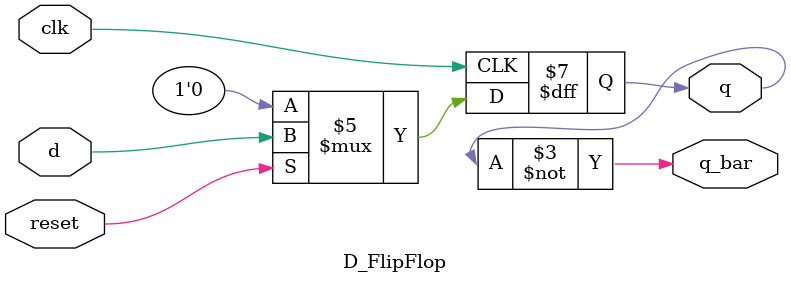
<source format=v>
`timescale 1ns / 1ps


module D_FlipFlop(

    input d,reset,clk,
    output reg q,
    output q_bar
    );
    
     always @ (posedge clk)  
       if (reset==0)  
          q <= 0;  
       else  
          q <= d;  
     
     assign q_bar = ~q;
endmodule

</source>
